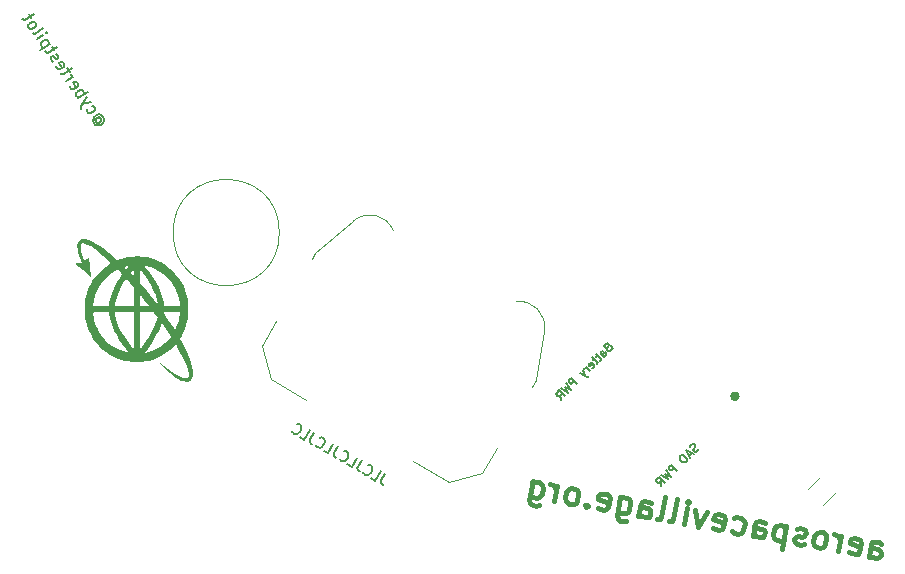
<source format=gbo>
%TF.GenerationSoftware,KiCad,Pcbnew,7.0.1-0*%
%TF.CreationDate,2023-03-26T18:35:46-04:00*%
%TF.ProjectId,space_shuttle_SAO,73706163-655f-4736-9875-74746c655f53,v04*%
%TF.SameCoordinates,Original*%
%TF.FileFunction,Legend,Bot*%
%TF.FilePolarity,Positive*%
%FSLAX46Y46*%
G04 Gerber Fmt 4.6, Leading zero omitted, Abs format (unit mm)*
G04 Created by KiCad (PCBNEW 7.0.1-0) date 2023-03-26 18:35:46*
%MOMM*%
%LPD*%
G01*
G04 APERTURE LIST*
%ADD10C,0.120000*%
%ADD11C,0.150000*%
%ADD12C,0.400000*%
G04 APERTURE END LIST*
D10*
X125653379Y-89599898D02*
G75*
G03*
X125653379Y-89599898I-4500000J0D01*
G01*
D11*
X134613811Y-110028805D02*
X134292382Y-110585536D01*
X134292382Y-110585536D02*
X134265212Y-110718311D01*
X134265212Y-110718311D02*
X134296586Y-110835398D01*
X134296586Y-110835398D02*
X134386503Y-110936800D01*
X134386503Y-110936800D02*
X134460734Y-110979657D01*
X133421504Y-110379657D02*
X133792658Y-110593943D01*
X133792658Y-110593943D02*
X134242658Y-109814520D01*
X132759169Y-109898283D02*
X132774856Y-109956827D01*
X132774856Y-109956827D02*
X132864774Y-110058228D01*
X132864774Y-110058228D02*
X132939004Y-110101086D01*
X132939004Y-110101086D02*
X133071779Y-110128256D01*
X133071779Y-110128256D02*
X133188867Y-110096882D01*
X133188867Y-110096882D02*
X133268839Y-110044080D01*
X133268839Y-110044080D02*
X133391669Y-109917047D01*
X133391669Y-109917047D02*
X133455955Y-109805701D01*
X133455955Y-109805701D02*
X133504554Y-109635811D01*
X133504554Y-109635811D02*
X133510295Y-109540152D01*
X133510295Y-109540152D02*
X133478922Y-109423064D01*
X133478922Y-109423064D02*
X133389004Y-109321663D01*
X133389004Y-109321663D02*
X133314774Y-109278806D01*
X133314774Y-109278806D02*
X133181999Y-109251635D01*
X133181999Y-109251635D02*
X133123455Y-109267322D01*
X132609581Y-108871663D02*
X132288153Y-109428393D01*
X132288153Y-109428393D02*
X132260982Y-109561168D01*
X132260982Y-109561168D02*
X132292356Y-109678256D01*
X132292356Y-109678256D02*
X132382274Y-109779657D01*
X132382274Y-109779657D02*
X132456504Y-109822514D01*
X131417274Y-109222514D02*
X131788428Y-109436800D01*
X131788428Y-109436800D02*
X132238428Y-108657377D01*
X130754940Y-108741141D02*
X130770626Y-108799685D01*
X130770626Y-108799685D02*
X130860544Y-108901086D01*
X130860544Y-108901086D02*
X130934775Y-108943943D01*
X130934775Y-108943943D02*
X131067549Y-108971113D01*
X131067549Y-108971113D02*
X131184637Y-108939740D01*
X131184637Y-108939740D02*
X131264610Y-108886938D01*
X131264610Y-108886938D02*
X131387439Y-108759905D01*
X131387439Y-108759905D02*
X131451725Y-108648559D01*
X131451725Y-108648559D02*
X131500324Y-108478669D01*
X131500324Y-108478669D02*
X131506066Y-108383009D01*
X131506066Y-108383009D02*
X131474692Y-108265921D01*
X131474692Y-108265921D02*
X131384775Y-108164520D01*
X131384775Y-108164520D02*
X131310544Y-108121663D01*
X131310544Y-108121663D02*
X131177769Y-108094493D01*
X131177769Y-108094493D02*
X131119225Y-108110180D01*
X130605352Y-107714520D02*
X130283923Y-108271251D01*
X130283923Y-108271251D02*
X130256753Y-108404026D01*
X130256753Y-108404026D02*
X130288127Y-108521113D01*
X130288127Y-108521113D02*
X130378044Y-108622515D01*
X130378044Y-108622515D02*
X130452275Y-108665372D01*
X129413045Y-108065372D02*
X129784198Y-108279658D01*
X129784198Y-108279658D02*
X130234198Y-107500235D01*
X128750710Y-107583998D02*
X128766397Y-107642542D01*
X128766397Y-107642542D02*
X128856314Y-107743943D01*
X128856314Y-107743943D02*
X128930545Y-107786801D01*
X128930545Y-107786801D02*
X129063320Y-107813971D01*
X129063320Y-107813971D02*
X129180408Y-107782597D01*
X129180408Y-107782597D02*
X129260380Y-107729795D01*
X129260380Y-107729795D02*
X129383210Y-107602762D01*
X129383210Y-107602762D02*
X129447496Y-107491416D01*
X129447496Y-107491416D02*
X129496094Y-107321526D01*
X129496094Y-107321526D02*
X129501836Y-107225867D01*
X129501836Y-107225867D02*
X129470463Y-107108779D01*
X129470463Y-107108779D02*
X129380545Y-107007378D01*
X129380545Y-107007378D02*
X129306314Y-106964521D01*
X129306314Y-106964521D02*
X129173540Y-106937350D01*
X129173540Y-106937350D02*
X129114996Y-106953037D01*
X128601122Y-106557378D02*
X128279694Y-107114108D01*
X128279694Y-107114108D02*
X128252523Y-107246883D01*
X128252523Y-107246883D02*
X128283897Y-107363971D01*
X128283897Y-107363971D02*
X128373814Y-107465372D01*
X128373814Y-107465372D02*
X128448045Y-107508229D01*
X127408815Y-106908229D02*
X127779969Y-107122515D01*
X127779969Y-107122515D02*
X128229969Y-106343092D01*
X126746480Y-106426856D02*
X126762167Y-106485400D01*
X126762167Y-106485400D02*
X126852085Y-106586801D01*
X126852085Y-106586801D02*
X126926315Y-106629658D01*
X126926315Y-106629658D02*
X127059090Y-106656828D01*
X127059090Y-106656828D02*
X127176178Y-106625455D01*
X127176178Y-106625455D02*
X127256151Y-106572653D01*
X127256151Y-106572653D02*
X127378980Y-106445620D01*
X127378980Y-106445620D02*
X127443266Y-106334274D01*
X127443266Y-106334274D02*
X127491865Y-106164384D01*
X127491865Y-106164384D02*
X127497607Y-106068724D01*
X127497607Y-106068724D02*
X127466233Y-105951636D01*
X127466233Y-105951636D02*
X127376315Y-105850235D01*
X127376315Y-105850235D02*
X127302085Y-105807378D01*
X127302085Y-105807378D02*
X127169310Y-105780208D01*
X127169310Y-105780208D02*
X127110766Y-105795895D01*
X110327682Y-79831164D02*
X110394003Y-79842858D01*
X110394003Y-79842858D02*
X110487636Y-79893559D01*
X110487636Y-79893559D02*
X110542263Y-79971574D01*
X110542263Y-79971574D02*
X110557882Y-80076902D01*
X110557882Y-80076902D02*
X110546188Y-80143222D01*
X110546188Y-80143222D02*
X110495486Y-80236855D01*
X110495486Y-80236855D02*
X110417472Y-80291482D01*
X110417472Y-80291482D02*
X110312144Y-80307101D01*
X110312144Y-80307101D02*
X110245824Y-80295407D01*
X110245824Y-80295407D02*
X110152190Y-80244706D01*
X110152190Y-80244706D02*
X110097564Y-80166691D01*
X110097564Y-80166691D02*
X110081945Y-80061363D01*
X110081945Y-80061363D02*
X110093639Y-79995043D01*
X110405697Y-79776538D02*
X110093639Y-79995043D01*
X110093639Y-79995043D02*
X110027318Y-79983349D01*
X110027318Y-79983349D02*
X110000005Y-79944342D01*
X110000005Y-79944342D02*
X109984386Y-79839014D01*
X109984386Y-79839014D02*
X110035087Y-79745380D01*
X110035087Y-79745380D02*
X110230124Y-79608815D01*
X110230124Y-79608815D02*
X110401772Y-79604890D01*
X110401772Y-79604890D02*
X110561726Y-79667285D01*
X110561726Y-79667285D02*
X110709986Y-79796001D01*
X110709986Y-79796001D02*
X110780231Y-79979343D01*
X110780231Y-79979343D02*
X110784156Y-80150991D01*
X110784156Y-80150991D02*
X110721761Y-80310945D01*
X110721761Y-80310945D02*
X110593045Y-80459205D01*
X110593045Y-80459205D02*
X110409703Y-80529450D01*
X110409703Y-80529450D02*
X110238055Y-80533375D01*
X110238055Y-80533375D02*
X110078101Y-80470980D01*
X110078101Y-80470980D02*
X109929841Y-80342264D01*
X109929841Y-80342264D02*
X109859595Y-80158922D01*
X109859595Y-80158922D02*
X109855670Y-79987274D01*
X109348415Y-79179816D02*
X109364034Y-79285144D01*
X109364034Y-79285144D02*
X109473286Y-79441173D01*
X109473286Y-79441173D02*
X109566920Y-79491874D01*
X109566920Y-79491874D02*
X109633240Y-79503568D01*
X109633240Y-79503568D02*
X109738568Y-79487949D01*
X109738568Y-79487949D02*
X109972611Y-79324070D01*
X109972611Y-79324070D02*
X110023313Y-79230437D01*
X110023313Y-79230437D02*
X110035007Y-79164116D01*
X110035007Y-79164116D02*
X110019388Y-79058788D01*
X110019388Y-79058788D02*
X109910135Y-78902760D01*
X109910135Y-78902760D02*
X109816501Y-78852058D01*
X109664316Y-78551694D02*
X108981649Y-78739042D01*
X109391185Y-78161622D02*
X108981649Y-78739042D01*
X108981649Y-78739042D02*
X108841239Y-78953623D01*
X108841239Y-78953623D02*
X108829545Y-79019943D01*
X108829545Y-79019943D02*
X108845164Y-79125271D01*
X108626578Y-78231948D02*
X109445730Y-77658372D01*
X109133672Y-77876877D02*
X109118053Y-77771549D01*
X109118053Y-77771549D02*
X109008800Y-77615520D01*
X109008800Y-77615520D02*
X108915167Y-77564819D01*
X108915167Y-77564819D02*
X108848846Y-77553125D01*
X108848846Y-77553125D02*
X108743519Y-77568744D01*
X108743519Y-77568744D02*
X108509475Y-77732623D01*
X108509475Y-77732623D02*
X108458774Y-77826257D01*
X108458774Y-77826257D02*
X108447080Y-77892577D01*
X108447080Y-77892577D02*
X108462699Y-77997905D01*
X108462699Y-77997905D02*
X108571952Y-78153934D01*
X108571952Y-78153934D02*
X108665585Y-78204635D01*
X107928130Y-77151439D02*
X107943749Y-77256767D01*
X107943749Y-77256767D02*
X108053001Y-77412796D01*
X108053001Y-77412796D02*
X108146635Y-77463497D01*
X108146635Y-77463497D02*
X108251963Y-77447878D01*
X108251963Y-77447878D02*
X108564021Y-77229373D01*
X108564021Y-77229373D02*
X108614722Y-77135739D01*
X108614722Y-77135739D02*
X108599103Y-77030412D01*
X108599103Y-77030412D02*
X108489850Y-76874383D01*
X108489850Y-76874383D02*
X108396217Y-76823681D01*
X108396217Y-76823681D02*
X108290889Y-76839300D01*
X108290889Y-76839300D02*
X108212874Y-76893927D01*
X108212874Y-76893927D02*
X108407992Y-77338625D01*
X107615991Y-76788680D02*
X108162092Y-76406296D01*
X108006063Y-76515548D02*
X108056764Y-76421915D01*
X108056764Y-76421915D02*
X108068459Y-76355594D01*
X108068459Y-76355594D02*
X108052839Y-76250267D01*
X108052839Y-76250267D02*
X107998213Y-76172252D01*
X107888960Y-76016223D02*
X107670455Y-75704165D01*
X108080071Y-75708009D02*
X107377941Y-76199646D01*
X107377941Y-76199646D02*
X107272614Y-76215265D01*
X107272614Y-76215265D02*
X107178980Y-76164564D01*
X107178980Y-76164564D02*
X107124354Y-76086549D01*
X106753663Y-75474127D02*
X106769282Y-75579455D01*
X106769282Y-75579455D02*
X106878535Y-75735484D01*
X106878535Y-75735484D02*
X106972168Y-75786185D01*
X106972168Y-75786185D02*
X107077496Y-75770566D01*
X107077496Y-75770566D02*
X107389554Y-75552061D01*
X107389554Y-75552061D02*
X107440255Y-75458427D01*
X107440255Y-75458427D02*
X107424636Y-75353099D01*
X107424636Y-75353099D02*
X107315384Y-75197071D01*
X107315384Y-75197071D02*
X107221750Y-75146369D01*
X107221750Y-75146369D02*
X107116422Y-75161988D01*
X107116422Y-75161988D02*
X107038408Y-75216615D01*
X107038408Y-75216615D02*
X107233525Y-75661313D01*
X106507845Y-75123062D02*
X106414211Y-75072361D01*
X106414211Y-75072361D02*
X106304958Y-74916332D01*
X106304958Y-74916332D02*
X106289339Y-74811004D01*
X106289339Y-74811004D02*
X106340041Y-74717370D01*
X106340041Y-74717370D02*
X106379048Y-74690057D01*
X106379048Y-74690057D02*
X106484375Y-74674438D01*
X106484375Y-74674438D02*
X106578009Y-74725139D01*
X106578009Y-74725139D02*
X106659949Y-74842161D01*
X106659949Y-74842161D02*
X106753582Y-74892863D01*
X106753582Y-74892863D02*
X106858910Y-74877243D01*
X106858910Y-74877243D02*
X106897917Y-74849930D01*
X106897917Y-74849930D02*
X106948618Y-74756297D01*
X106948618Y-74756297D02*
X106932999Y-74650969D01*
X106932999Y-74650969D02*
X106851060Y-74533947D01*
X106851060Y-74533947D02*
X106757426Y-74483246D01*
X106605241Y-74182882D02*
X106386736Y-73870824D01*
X106796352Y-73874668D02*
X106094222Y-74366305D01*
X106094222Y-74366305D02*
X105988894Y-74381924D01*
X105988894Y-74381924D02*
X105895261Y-74331223D01*
X105895261Y-74331223D02*
X105840634Y-74253208D01*
X106195543Y-73597773D02*
X105376391Y-74171350D01*
X106156536Y-73625086D02*
X106140917Y-73519759D01*
X106140917Y-73519759D02*
X106031664Y-73363730D01*
X106031664Y-73363730D02*
X105938031Y-73313028D01*
X105938031Y-73313028D02*
X105871710Y-73301334D01*
X105871710Y-73301334D02*
X105766383Y-73316953D01*
X105766383Y-73316953D02*
X105532339Y-73480832D01*
X105532339Y-73480832D02*
X105481638Y-73574466D01*
X105481638Y-73574466D02*
X105469944Y-73640786D01*
X105469944Y-73640786D02*
X105485563Y-73746114D01*
X105485563Y-73746114D02*
X105594816Y-73902143D01*
X105594816Y-73902143D02*
X105688449Y-73952844D01*
X105130492Y-73239020D02*
X105676593Y-72856635D01*
X105949644Y-72665443D02*
X105937950Y-72731764D01*
X105937950Y-72731764D02*
X105871629Y-72720070D01*
X105871629Y-72720070D02*
X105883324Y-72653749D01*
X105883324Y-72653749D02*
X105949644Y-72665443D01*
X105949644Y-72665443D02*
X105871629Y-72720070D01*
X104775421Y-72731926D02*
X104869055Y-72782627D01*
X104869055Y-72782627D02*
X104974382Y-72767008D01*
X104974382Y-72767008D02*
X105676513Y-72275371D01*
X104474976Y-72302846D02*
X104568610Y-72353547D01*
X104568610Y-72353547D02*
X104634930Y-72365241D01*
X104634930Y-72365241D02*
X104740258Y-72349622D01*
X104740258Y-72349622D02*
X104974301Y-72185743D01*
X104974301Y-72185743D02*
X105025002Y-72092110D01*
X105025002Y-72092110D02*
X105036696Y-72025789D01*
X105036696Y-72025789D02*
X105021077Y-71920462D01*
X105021077Y-71920462D02*
X104939138Y-71803440D01*
X104939138Y-71803440D02*
X104845504Y-71752739D01*
X104845504Y-71752739D02*
X104779184Y-71741045D01*
X104779184Y-71741045D02*
X104673856Y-71756664D01*
X104673856Y-71756664D02*
X104439813Y-71920543D01*
X104439813Y-71920543D02*
X104389111Y-72014176D01*
X104389111Y-72014176D02*
X104377417Y-72080497D01*
X104377417Y-72080497D02*
X104393037Y-72185824D01*
X104393037Y-72185824D02*
X104474976Y-72302846D01*
X104666006Y-71413367D02*
X104447501Y-71101310D01*
X104857117Y-71105154D02*
X104154987Y-71596791D01*
X104154987Y-71596791D02*
X104049659Y-71612410D01*
X104049659Y-71612410D02*
X103956026Y-71561708D01*
X103956026Y-71561708D02*
X103901400Y-71483694D01*
D12*
X175563001Y-117035345D02*
X175744919Y-116003641D01*
X175744919Y-116003641D02*
X175871786Y-115832597D01*
X175871786Y-115832597D02*
X176075906Y-115771882D01*
X176075906Y-115771882D02*
X176451071Y-115838033D01*
X176451071Y-115838033D02*
X176622115Y-115964900D01*
X175579539Y-116941554D02*
X175750584Y-117068421D01*
X175750584Y-117068421D02*
X176219540Y-117151110D01*
X176219540Y-117151110D02*
X176423660Y-117090395D01*
X176423660Y-117090395D02*
X176550527Y-116919350D01*
X176550527Y-116919350D02*
X176583603Y-116731768D01*
X176583603Y-116731768D02*
X176522888Y-116527648D01*
X176522888Y-116527648D02*
X176351843Y-116400781D01*
X176351843Y-116400781D02*
X175882887Y-116318091D01*
X175882887Y-116318091D02*
X175711843Y-116191224D01*
X173891297Y-116643871D02*
X174062342Y-116770738D01*
X174062342Y-116770738D02*
X174437507Y-116836890D01*
X174437507Y-116836890D02*
X174641627Y-116776174D01*
X174641627Y-116776174D02*
X174768494Y-116605130D01*
X174768494Y-116605130D02*
X174900797Y-115854800D01*
X174900797Y-115854800D02*
X174840082Y-115650680D01*
X174840082Y-115650680D02*
X174669038Y-115523813D01*
X174669038Y-115523813D02*
X174293873Y-115457661D01*
X174293873Y-115457661D02*
X174089752Y-115518376D01*
X174089752Y-115518376D02*
X173962885Y-115689421D01*
X173962885Y-115689421D02*
X173929809Y-115877003D01*
X173929809Y-115877003D02*
X174834646Y-116229965D01*
X172936847Y-116572283D02*
X173168378Y-115259206D01*
X173102226Y-115634371D02*
X173041511Y-115430250D01*
X173041511Y-115430250D02*
X172964258Y-115319921D01*
X172964258Y-115319921D02*
X172793213Y-115193054D01*
X172793213Y-115193054D02*
X172605631Y-115159978D01*
X171436188Y-116307676D02*
X171640308Y-116246961D01*
X171640308Y-116246961D02*
X171750637Y-116169708D01*
X171750637Y-116169708D02*
X171877504Y-115998663D01*
X171877504Y-115998663D02*
X171976732Y-115435916D01*
X171976732Y-115435916D02*
X171916016Y-115231795D01*
X171916016Y-115231795D02*
X171838763Y-115121466D01*
X171838763Y-115121466D02*
X171667719Y-114994599D01*
X171667719Y-114994599D02*
X171386345Y-114944985D01*
X171386345Y-114944985D02*
X171182225Y-115005701D01*
X171182225Y-115005701D02*
X171071896Y-115082954D01*
X171071896Y-115082954D02*
X170945028Y-115253999D01*
X170945028Y-115253999D02*
X170845801Y-115816746D01*
X170845801Y-115816746D02*
X170906516Y-116020866D01*
X170906516Y-116020866D02*
X170983770Y-116131195D01*
X170983770Y-116131195D02*
X171154814Y-116258062D01*
X171154814Y-116258062D02*
X171436188Y-116307676D01*
X170045857Y-115965816D02*
X169841737Y-116026531D01*
X169841737Y-116026531D02*
X169466572Y-115960380D01*
X169466572Y-115960380D02*
X169295528Y-115833513D01*
X169295528Y-115833513D02*
X169234812Y-115629392D01*
X169234812Y-115629392D02*
X169251350Y-115535601D01*
X169251350Y-115535601D02*
X169378217Y-115364557D01*
X169378217Y-115364557D02*
X169582338Y-115303841D01*
X169582338Y-115303841D02*
X169863711Y-115353455D01*
X169863711Y-115353455D02*
X170067832Y-115292740D01*
X170067832Y-115292740D02*
X170194699Y-115121695D01*
X170194699Y-115121695D02*
X170211237Y-115027904D01*
X170211237Y-115027904D02*
X170150521Y-114823784D01*
X170150521Y-114823784D02*
X169979477Y-114696917D01*
X169979477Y-114696917D02*
X169698103Y-114647303D01*
X169698103Y-114647303D02*
X169493983Y-114708018D01*
X168572608Y-114448848D02*
X168225312Y-116418463D01*
X168556070Y-114542639D02*
X168385026Y-114415772D01*
X168385026Y-114415772D02*
X168009861Y-114349620D01*
X168009861Y-114349620D02*
X167805740Y-114410336D01*
X167805740Y-114410336D02*
X167695411Y-114487589D01*
X167695411Y-114487589D02*
X167568544Y-114658633D01*
X167568544Y-114658633D02*
X167469317Y-115221381D01*
X167469317Y-115221381D02*
X167530032Y-115425501D01*
X167530032Y-115425501D02*
X167607285Y-115535830D01*
X167607285Y-115535830D02*
X167778330Y-115662697D01*
X167778330Y-115662697D02*
X168153495Y-115728849D01*
X168153495Y-115728849D02*
X168357615Y-115668133D01*
X165714923Y-115298863D02*
X165896840Y-114267159D01*
X165896840Y-114267159D02*
X166023707Y-114096115D01*
X166023707Y-114096115D02*
X166227827Y-114035400D01*
X166227827Y-114035400D02*
X166602992Y-114101551D01*
X166602992Y-114101551D02*
X166774037Y-114228418D01*
X165731461Y-115205072D02*
X165902505Y-115331939D01*
X165902505Y-115331939D02*
X166371461Y-115414628D01*
X166371461Y-115414628D02*
X166575582Y-115353913D01*
X166575582Y-115353913D02*
X166702449Y-115182868D01*
X166702449Y-115182868D02*
X166735525Y-114995286D01*
X166735525Y-114995286D02*
X166674809Y-114791166D01*
X166674809Y-114791166D02*
X166503765Y-114664299D01*
X166503765Y-114664299D02*
X166034809Y-114581609D01*
X166034809Y-114581609D02*
X165863764Y-114454742D01*
X163949428Y-114890851D02*
X164120472Y-115017718D01*
X164120472Y-115017718D02*
X164495637Y-115083870D01*
X164495637Y-115083870D02*
X164699757Y-115023154D01*
X164699757Y-115023154D02*
X164810086Y-114945901D01*
X164810086Y-114945901D02*
X164936954Y-114774857D01*
X164936954Y-114774857D02*
X165036181Y-114212109D01*
X165036181Y-114212109D02*
X164975466Y-114007989D01*
X164975466Y-114007989D02*
X164898212Y-113897660D01*
X164898212Y-113897660D02*
X164727168Y-113770793D01*
X164727168Y-113770793D02*
X164352003Y-113704641D01*
X164352003Y-113704641D02*
X164147883Y-113765356D01*
X162354977Y-114609706D02*
X162526021Y-114736573D01*
X162526021Y-114736573D02*
X162901186Y-114802725D01*
X162901186Y-114802725D02*
X163105306Y-114742010D01*
X163105306Y-114742010D02*
X163232173Y-114570965D01*
X163232173Y-114570965D02*
X163364477Y-113820636D01*
X163364477Y-113820636D02*
X163303761Y-113616515D01*
X163303761Y-113616515D02*
X163132717Y-113489648D01*
X163132717Y-113489648D02*
X162757552Y-113423496D01*
X162757552Y-113423496D02*
X162553432Y-113484212D01*
X162553432Y-113484212D02*
X162426565Y-113655256D01*
X162426565Y-113655256D02*
X162393489Y-113842839D01*
X162393489Y-113842839D02*
X163298325Y-114195800D01*
X161819640Y-113258117D02*
X161119153Y-114488505D01*
X161119153Y-114488505D02*
X160881728Y-113092738D01*
X159899866Y-114273511D02*
X160131397Y-112960434D01*
X160247163Y-112303896D02*
X160324416Y-112414225D01*
X160324416Y-112414225D02*
X160214087Y-112491478D01*
X160214087Y-112491478D02*
X160136834Y-112381149D01*
X160136834Y-112381149D02*
X160247163Y-112303896D01*
X160247163Y-112303896D02*
X160214087Y-112491478D01*
X158680581Y-114058518D02*
X158884701Y-113997803D01*
X158884701Y-113997803D02*
X159011568Y-113826759D01*
X159011568Y-113826759D02*
X159309251Y-112138517D01*
X157648877Y-113876601D02*
X157852998Y-113815886D01*
X157852998Y-113815886D02*
X157979865Y-113644841D01*
X157979865Y-113644841D02*
X158277547Y-111956600D01*
X156054427Y-113595457D02*
X156236344Y-112563753D01*
X156236344Y-112563753D02*
X156363211Y-112392709D01*
X156363211Y-112392709D02*
X156567331Y-112331993D01*
X156567331Y-112331993D02*
X156942496Y-112398145D01*
X156942496Y-112398145D02*
X157113541Y-112525012D01*
X156070965Y-113501665D02*
X156242009Y-113628533D01*
X156242009Y-113628533D02*
X156710965Y-113711222D01*
X156710965Y-113711222D02*
X156915086Y-113650507D01*
X156915086Y-113650507D02*
X157041953Y-113479462D01*
X157041953Y-113479462D02*
X157075028Y-113291880D01*
X157075028Y-113291880D02*
X157014313Y-113087759D01*
X157014313Y-113087759D02*
X156843269Y-112960892D01*
X156843269Y-112960892D02*
X156374312Y-112878203D01*
X156374312Y-112878203D02*
X156203268Y-112751336D01*
X154503924Y-111968159D02*
X154222780Y-113562610D01*
X154222780Y-113562610D02*
X154283495Y-113766730D01*
X154283495Y-113766730D02*
X154360748Y-113877059D01*
X154360748Y-113877059D02*
X154531793Y-114003926D01*
X154531793Y-114003926D02*
X154813166Y-114053540D01*
X154813166Y-114053540D02*
X155017287Y-113992825D01*
X154288931Y-113187445D02*
X154459976Y-113314312D01*
X154459976Y-113314312D02*
X154835141Y-113380464D01*
X154835141Y-113380464D02*
X155039261Y-113319748D01*
X155039261Y-113319748D02*
X155149590Y-113242495D01*
X155149590Y-113242495D02*
X155276457Y-113071451D01*
X155276457Y-113071451D02*
X155375685Y-112508703D01*
X155375685Y-112508703D02*
X155314969Y-112304583D01*
X155314969Y-112304583D02*
X155237716Y-112194254D01*
X155237716Y-112194254D02*
X155066672Y-112067387D01*
X155066672Y-112067387D02*
X154691507Y-112001235D01*
X154691507Y-112001235D02*
X154487386Y-112061950D01*
X152600689Y-112889762D02*
X152771734Y-113016629D01*
X152771734Y-113016629D02*
X153146899Y-113082781D01*
X153146899Y-113082781D02*
X153351019Y-113022066D01*
X153351019Y-113022066D02*
X153477886Y-112851021D01*
X153477886Y-112851021D02*
X153610189Y-112100691D01*
X153610189Y-112100691D02*
X153549474Y-111896571D01*
X153549474Y-111896571D02*
X153378430Y-111769704D01*
X153378430Y-111769704D02*
X153003265Y-111703552D01*
X153003265Y-111703552D02*
X152799144Y-111764268D01*
X152799144Y-111764268D02*
X152672277Y-111935312D01*
X152672277Y-111935312D02*
X152639201Y-112122895D01*
X152639201Y-112122895D02*
X153544038Y-112475856D01*
X151679315Y-112630592D02*
X151568986Y-112707845D01*
X151568986Y-112707845D02*
X151646239Y-112818174D01*
X151646239Y-112818174D02*
X151756568Y-112740921D01*
X151756568Y-112740921D02*
X151679315Y-112630592D01*
X151679315Y-112630592D02*
X151646239Y-112818174D01*
X150426953Y-112603181D02*
X150631073Y-112542466D01*
X150631073Y-112542466D02*
X150741403Y-112465213D01*
X150741403Y-112465213D02*
X150868270Y-112294168D01*
X150868270Y-112294168D02*
X150967497Y-111731421D01*
X150967497Y-111731421D02*
X150906782Y-111527300D01*
X150906782Y-111527300D02*
X150829529Y-111416971D01*
X150829529Y-111416971D02*
X150658484Y-111290104D01*
X150658484Y-111290104D02*
X150377110Y-111240490D01*
X150377110Y-111240490D02*
X150172990Y-111301206D01*
X150172990Y-111301206D02*
X150062661Y-111378459D01*
X150062661Y-111378459D02*
X149935794Y-111549504D01*
X149935794Y-111549504D02*
X149836566Y-112112251D01*
X149836566Y-112112251D02*
X149897282Y-112316371D01*
X149897282Y-112316371D02*
X149974535Y-112426700D01*
X149974535Y-112426700D02*
X150145579Y-112553568D01*
X150145579Y-112553568D02*
X150426953Y-112603181D01*
X148926293Y-112338574D02*
X149157824Y-111025497D01*
X149091673Y-111400662D02*
X149030957Y-111196542D01*
X149030957Y-111196542D02*
X148953704Y-111086213D01*
X148953704Y-111086213D02*
X148782660Y-110959346D01*
X148782660Y-110959346D02*
X148595077Y-110926270D01*
X147094418Y-110661663D02*
X146813273Y-112256114D01*
X146813273Y-112256114D02*
X146873989Y-112460234D01*
X146873989Y-112460234D02*
X146951242Y-112570563D01*
X146951242Y-112570563D02*
X147122286Y-112697430D01*
X147122286Y-112697430D02*
X147403660Y-112747044D01*
X147403660Y-112747044D02*
X147607780Y-112686329D01*
X146879425Y-111880949D02*
X147050469Y-112007816D01*
X147050469Y-112007816D02*
X147425634Y-112073968D01*
X147425634Y-112073968D02*
X147629755Y-112013252D01*
X147629755Y-112013252D02*
X147740084Y-111935999D01*
X147740084Y-111935999D02*
X147866951Y-111764955D01*
X147866951Y-111764955D02*
X147966178Y-111202207D01*
X147966178Y-111202207D02*
X147905463Y-110998087D01*
X147905463Y-110998087D02*
X147828210Y-110887758D01*
X147828210Y-110887758D02*
X147657165Y-110760891D01*
X147657165Y-110760891D02*
X147282000Y-110694739D01*
X147282000Y-110694739D02*
X147077880Y-110755454D01*
D11*
%TO.C,SW1*%
X161140266Y-107909053D02*
X161093125Y-108003334D01*
X161093125Y-108003334D02*
X160975274Y-108121185D01*
X160975274Y-108121185D02*
X160904563Y-108144756D01*
X160904563Y-108144756D02*
X160857423Y-108144756D01*
X160857423Y-108144756D02*
X160786712Y-108121185D01*
X160786712Y-108121185D02*
X160739572Y-108074045D01*
X160739572Y-108074045D02*
X160716002Y-108003334D01*
X160716002Y-108003334D02*
X160716002Y-107956194D01*
X160716002Y-107956194D02*
X160739572Y-107885483D01*
X160739572Y-107885483D02*
X160810283Y-107767632D01*
X160810283Y-107767632D02*
X160833853Y-107696921D01*
X160833853Y-107696921D02*
X160833853Y-107649781D01*
X160833853Y-107649781D02*
X160810283Y-107579070D01*
X160810283Y-107579070D02*
X160763142Y-107531930D01*
X160763142Y-107531930D02*
X160692431Y-107508360D01*
X160692431Y-107508360D02*
X160645291Y-107508360D01*
X160645291Y-107508360D02*
X160574580Y-107531930D01*
X160574580Y-107531930D02*
X160456729Y-107649781D01*
X160456729Y-107649781D02*
X160409589Y-107744062D01*
X160551010Y-108262607D02*
X160315308Y-108498309D01*
X160739572Y-108356888D02*
X160079605Y-108026905D01*
X160079605Y-108026905D02*
X160409588Y-108686871D01*
X159655341Y-108451169D02*
X159561060Y-108545450D01*
X159561060Y-108545450D02*
X159537490Y-108616160D01*
X159537490Y-108616160D02*
X159537490Y-108710441D01*
X159537490Y-108710441D02*
X159608201Y-108828292D01*
X159608201Y-108828292D02*
X159773192Y-108993284D01*
X159773192Y-108993284D02*
X159891043Y-109063995D01*
X159891043Y-109063995D02*
X159985324Y-109063995D01*
X159985324Y-109063995D02*
X160056035Y-109040424D01*
X160056035Y-109040424D02*
X160150316Y-108946144D01*
X160150316Y-108946144D02*
X160173886Y-108875433D01*
X160173886Y-108875433D02*
X160173886Y-108781152D01*
X160173886Y-108781152D02*
X160103176Y-108663301D01*
X160103176Y-108663301D02*
X159938184Y-108498309D01*
X159938184Y-108498309D02*
X159820333Y-108427599D01*
X159820333Y-108427599D02*
X159726052Y-108427599D01*
X159726052Y-108427599D02*
X159655341Y-108451169D01*
X159348929Y-109747531D02*
X158853954Y-109252556D01*
X158853954Y-109252556D02*
X158665392Y-109441118D01*
X158665392Y-109441118D02*
X158641822Y-109511828D01*
X158641822Y-109511828D02*
X158641822Y-109558969D01*
X158641822Y-109558969D02*
X158665392Y-109629680D01*
X158665392Y-109629680D02*
X158736103Y-109700390D01*
X158736103Y-109700390D02*
X158806814Y-109723961D01*
X158806814Y-109723961D02*
X158853954Y-109723961D01*
X158853954Y-109723961D02*
X158924665Y-109700390D01*
X158924665Y-109700390D02*
X159113226Y-109511828D01*
X158406120Y-109700390D02*
X158783243Y-110313216D01*
X158783243Y-110313216D02*
X158335409Y-110053944D01*
X158335409Y-110053944D02*
X158594682Y-110501778D01*
X158594682Y-110501778D02*
X157981856Y-110124654D01*
X158005426Y-111091034D02*
X157934715Y-110690340D01*
X158288269Y-110808191D02*
X157793294Y-110313216D01*
X157793294Y-110313216D02*
X157604732Y-110501778D01*
X157604732Y-110501778D02*
X157581162Y-110572489D01*
X157581162Y-110572489D02*
X157581162Y-110619629D01*
X157581162Y-110619629D02*
X157604732Y-110690340D01*
X157604732Y-110690340D02*
X157675443Y-110761050D01*
X157675443Y-110761050D02*
X157746153Y-110784621D01*
X157746153Y-110784621D02*
X157793294Y-110784621D01*
X157793294Y-110784621D02*
X157864005Y-110761050D01*
X157864005Y-110761050D02*
X158052566Y-110572489D01*
X153438765Y-99319061D02*
X153391625Y-99413342D01*
X153391625Y-99413342D02*
X153391625Y-99460482D01*
X153391625Y-99460482D02*
X153415195Y-99531193D01*
X153415195Y-99531193D02*
X153485906Y-99601904D01*
X153485906Y-99601904D02*
X153556617Y-99625474D01*
X153556617Y-99625474D02*
X153603757Y-99625474D01*
X153603757Y-99625474D02*
X153674468Y-99601904D01*
X153674468Y-99601904D02*
X153863029Y-99413342D01*
X153863029Y-99413342D02*
X153368055Y-98918367D01*
X153368055Y-98918367D02*
X153203063Y-99083359D01*
X153203063Y-99083359D02*
X153179493Y-99154070D01*
X153179493Y-99154070D02*
X153179493Y-99201210D01*
X153179493Y-99201210D02*
X153203063Y-99271921D01*
X153203063Y-99271921D02*
X153250204Y-99319061D01*
X153250204Y-99319061D02*
X153320914Y-99342631D01*
X153320914Y-99342631D02*
X153368055Y-99342631D01*
X153368055Y-99342631D02*
X153438765Y-99319061D01*
X153438765Y-99319061D02*
X153603757Y-99154070D01*
X153155923Y-100120449D02*
X152896650Y-99861176D01*
X152896650Y-99861176D02*
X152873080Y-99790466D01*
X152873080Y-99790466D02*
X152896650Y-99719755D01*
X152896650Y-99719755D02*
X152990931Y-99625474D01*
X152990931Y-99625474D02*
X153061642Y-99601904D01*
X153132352Y-100096879D02*
X153203063Y-100073308D01*
X153203063Y-100073308D02*
X153320914Y-99955457D01*
X153320914Y-99955457D02*
X153344484Y-99884747D01*
X153344484Y-99884747D02*
X153320914Y-99814036D01*
X153320914Y-99814036D02*
X153273774Y-99766895D01*
X153273774Y-99766895D02*
X153203063Y-99743325D01*
X153203063Y-99743325D02*
X153132352Y-99766895D01*
X153132352Y-99766895D02*
X153014501Y-99884747D01*
X153014501Y-99884747D02*
X152943791Y-99908317D01*
X152660948Y-99955457D02*
X152472386Y-100144019D01*
X152425246Y-99861176D02*
X152849510Y-100285440D01*
X152849510Y-100285440D02*
X152873080Y-100356151D01*
X152873080Y-100356151D02*
X152849510Y-100426862D01*
X152849510Y-100426862D02*
X152802370Y-100474002D01*
X152378105Y-100238300D02*
X152189544Y-100426862D01*
X152142403Y-100144019D02*
X152566667Y-100568283D01*
X152566667Y-100568283D02*
X152590237Y-100638994D01*
X152590237Y-100638994D02*
X152566667Y-100709704D01*
X152566667Y-100709704D02*
X152519527Y-100756845D01*
X152142403Y-101086828D02*
X152213114Y-101063258D01*
X152213114Y-101063258D02*
X152307395Y-100968977D01*
X152307395Y-100968977D02*
X152330965Y-100898266D01*
X152330965Y-100898266D02*
X152307395Y-100827555D01*
X152307395Y-100827555D02*
X152118833Y-100638994D01*
X152118833Y-100638994D02*
X152048122Y-100615423D01*
X152048122Y-100615423D02*
X151977412Y-100638994D01*
X151977412Y-100638994D02*
X151883131Y-100733274D01*
X151883131Y-100733274D02*
X151859560Y-100803985D01*
X151859560Y-100803985D02*
X151883131Y-100874696D01*
X151883131Y-100874696D02*
X151930271Y-100921836D01*
X151930271Y-100921836D02*
X152213114Y-100733274D01*
X151930271Y-101346100D02*
X151600288Y-101016117D01*
X151694569Y-101110398D02*
X151623858Y-101086828D01*
X151623858Y-101086828D02*
X151576718Y-101086828D01*
X151576718Y-101086828D02*
X151506007Y-101110398D01*
X151506007Y-101110398D02*
X151458867Y-101157539D01*
X151341016Y-101275389D02*
X151553148Y-101723224D01*
X151105313Y-101511092D02*
X151553148Y-101723224D01*
X151553148Y-101723224D02*
X151718139Y-101793934D01*
X151718139Y-101793934D02*
X151765280Y-101793934D01*
X151765280Y-101793934D02*
X151835990Y-101770364D01*
X150869612Y-102406760D02*
X150374637Y-101911785D01*
X150374637Y-101911785D02*
X150186075Y-102100347D01*
X150186075Y-102100347D02*
X150162505Y-102171058D01*
X150162505Y-102171058D02*
X150162505Y-102218198D01*
X150162505Y-102218198D02*
X150186075Y-102288909D01*
X150186075Y-102288909D02*
X150256786Y-102359619D01*
X150256786Y-102359619D02*
X150327496Y-102383190D01*
X150327496Y-102383190D02*
X150374637Y-102383190D01*
X150374637Y-102383190D02*
X150445348Y-102359619D01*
X150445348Y-102359619D02*
X150633909Y-102171058D01*
X149926803Y-102359619D02*
X150303926Y-102972445D01*
X150303926Y-102972445D02*
X149856092Y-102713173D01*
X149856092Y-102713173D02*
X150115364Y-103161007D01*
X150115364Y-103161007D02*
X149502539Y-102783883D01*
X149526109Y-103750263D02*
X149455398Y-103349569D01*
X149808952Y-103467420D02*
X149313977Y-102972445D01*
X149313977Y-102972445D02*
X149125415Y-103161007D01*
X149125415Y-103161007D02*
X149101845Y-103231718D01*
X149101845Y-103231718D02*
X149101845Y-103278858D01*
X149101845Y-103278858D02*
X149125415Y-103349569D01*
X149125415Y-103349569D02*
X149196126Y-103420280D01*
X149196126Y-103420280D02*
X149266836Y-103443850D01*
X149266836Y-103443850D02*
X149313977Y-103443850D01*
X149313977Y-103443850D02*
X149384687Y-103420280D01*
X149384687Y-103420280D02*
X149573249Y-103231718D01*
D12*
%TO.C,D1*%
X164425897Y-103466467D02*
G75*
G03*
X164425897Y-103466467I-199999J0D01*
G01*
D10*
%TO.C,R1*%
X171717093Y-112632268D02*
X172745317Y-111604044D01*
X170430159Y-111345334D02*
X171458383Y-110317110D01*
%TO.C,svg2mod*%
G36*
X110116200Y-96338038D02*
G01*
X110116185Y-96338048D01*
X110116185Y-96338038D01*
X110116200Y-96338038D01*
G37*
G36*
X116598184Y-99345018D02*
G01*
X116375329Y-99541028D01*
X116143207Y-99720418D01*
X115902552Y-99882988D01*
X115654092Y-100028588D01*
X115136683Y-100268108D01*
X114596826Y-100437558D01*
X114311611Y-100487788D01*
X114040365Y-100535558D01*
X113823477Y-100552210D01*
X113757735Y-100557258D01*
X113473144Y-100560258D01*
X113326299Y-100552397D01*
X113187327Y-100544958D01*
X112901284Y-100510891D01*
X112901011Y-100510858D01*
X112614926Y-100457858D01*
X112329807Y-100385758D01*
X112014277Y-100273458D01*
X111658483Y-100112658D01*
X111308893Y-99926218D01*
X111011968Y-99737058D01*
X110726999Y-99504318D01*
X110418440Y-99207338D01*
X110132165Y-98893218D01*
X109914049Y-98609088D01*
X109684723Y-98221668D01*
X109488971Y-97802058D01*
X109332165Y-97363358D01*
X109219678Y-96918708D01*
X109176188Y-96549068D01*
X109172014Y-96415258D01*
X109884067Y-96415258D01*
X109887667Y-96535608D01*
X109925747Y-96739198D01*
X109983387Y-97011708D01*
X110059827Y-97276338D01*
X110154897Y-97532778D01*
X110268443Y-97780738D01*
X110400309Y-98019888D01*
X110550331Y-98249938D01*
X110718354Y-98470568D01*
X110904216Y-98681468D01*
X111241629Y-98994258D01*
X111620254Y-99267248D01*
X112023257Y-99489748D01*
X112433803Y-99651048D01*
X112794568Y-99752708D01*
X112901284Y-99775508D01*
X112888570Y-99759038D01*
X114273591Y-99759038D01*
X114311611Y-99764038D01*
X114577827Y-99693138D01*
X115079929Y-99502738D01*
X115547829Y-99250968D01*
X115963479Y-98949168D01*
X116146069Y-98783048D01*
X116308829Y-98608678D01*
X116464095Y-98426978D01*
X116391745Y-98301268D01*
X116014395Y-97730918D01*
X115709391Y-97286268D01*
X115709371Y-97285958D01*
X115620201Y-97519098D01*
X115424027Y-97962708D01*
X115394004Y-98018276D01*
X115163907Y-98444148D01*
X114854510Y-98938298D01*
X114510506Y-99420028D01*
X114280491Y-99729838D01*
X114273591Y-99759038D01*
X112888570Y-99759038D01*
X112647475Y-99446708D01*
X112356829Y-99052408D01*
X112100614Y-98667328D01*
X111878320Y-98290358D01*
X111689436Y-97920418D01*
X111533451Y-97556428D01*
X111409852Y-97197278D01*
X111318132Y-96841908D01*
X111257772Y-96489198D01*
X111238603Y-96338978D01*
X111727737Y-96338978D01*
X111767157Y-96585098D01*
X111828047Y-96884088D01*
X111915927Y-97186458D01*
X112031997Y-97494588D01*
X112177450Y-97810898D01*
X112353484Y-98137768D01*
X112561299Y-98477578D01*
X113077057Y-99205638D01*
X113326299Y-99515448D01*
X113338799Y-97927208D01*
X113338799Y-96338978D01*
X112533149Y-96338978D01*
X111727899Y-96338978D01*
X111727737Y-96338978D01*
X111238603Y-96338978D01*
X111238542Y-96338498D01*
X110557636Y-96338498D01*
X110557468Y-96338498D01*
X110116200Y-96338038D01*
X110116324Y-96337958D01*
X109948967Y-96356558D01*
X109905837Y-96379558D01*
X109884067Y-96415258D01*
X109172014Y-96415258D01*
X109169574Y-96337028D01*
X113815552Y-96337028D01*
X113815577Y-96337728D01*
X113815577Y-97926678D01*
X113823477Y-99514668D01*
X114157612Y-99075448D01*
X114595481Y-98451358D01*
X114790621Y-98126968D01*
X114965651Y-97792688D01*
X115114588Y-97460798D01*
X115231448Y-97143618D01*
X115347777Y-96783578D01*
X115191550Y-96569178D01*
X115069376Y-96401708D01*
X115880015Y-96401708D01*
X115985495Y-96602568D01*
X116239098Y-96997298D01*
X116710185Y-97715218D01*
X116822187Y-97900058D01*
X116908477Y-97707768D01*
X117027873Y-97415018D01*
X117123523Y-97122068D01*
X117195053Y-96830188D01*
X117242093Y-96540628D01*
X117266363Y-96338978D01*
X117266359Y-96338508D01*
X116573190Y-96338508D01*
X115975615Y-96347508D01*
X115894205Y-96366308D01*
X115880065Y-96401583D01*
X115880015Y-96401708D01*
X115069376Y-96401708D01*
X115035322Y-96355028D01*
X114425314Y-96346028D01*
X113815577Y-96337028D01*
X113815552Y-96337028D01*
X109169574Y-96337028D01*
X109161688Y-96084208D01*
X109171454Y-95771108D01*
X109876721Y-95771108D01*
X109892561Y-95804108D01*
X109975711Y-95821908D01*
X110557636Y-95830908D01*
X111238547Y-95830908D01*
X111238553Y-95830868D01*
X111727899Y-95830868D01*
X112533312Y-95830868D01*
X113338965Y-95830868D01*
X113338965Y-95037238D01*
X113338965Y-94807418D01*
X113815577Y-94807418D01*
X113815577Y-95319098D01*
X113815577Y-95830798D01*
X114212635Y-95830798D01*
X114609693Y-95813998D01*
X114212635Y-95302298D01*
X113815577Y-94807418D01*
X113338965Y-94807418D01*
X113338965Y-94243598D01*
X113315053Y-94215907D01*
X113056072Y-93915998D01*
X113009365Y-93862498D01*
X113815481Y-93862498D01*
X113937098Y-93996858D01*
X114427674Y-94577978D01*
X115020596Y-95322148D01*
X115371414Y-95764278D01*
X115394004Y-95778878D01*
X115401004Y-95764978D01*
X115388844Y-95671578D01*
X115305184Y-95277028D01*
X115171472Y-94861278D01*
X114992380Y-94436848D01*
X114772588Y-94016288D01*
X114350405Y-93363688D01*
X113928238Y-92796988D01*
X113817976Y-92669848D01*
X113817881Y-92669878D01*
X113816681Y-93266188D01*
X113815481Y-93862498D01*
X113009365Y-93862498D01*
X112808640Y-93632578D01*
X112736670Y-93567078D01*
X112695394Y-93551645D01*
X112684250Y-93547478D01*
X112684249Y-93547538D01*
X112649839Y-93561638D01*
X112615229Y-93599538D01*
X112524179Y-93739588D01*
X112260850Y-94193278D01*
X112039078Y-94669688D01*
X111871121Y-95139088D01*
X111769239Y-95571768D01*
X111727899Y-95830868D01*
X111238553Y-95830868D01*
X111259457Y-95679968D01*
X111340917Y-95235118D01*
X111452216Y-94821918D01*
X111569662Y-94521858D01*
X111742219Y-94152988D01*
X111939401Y-93776748D01*
X112130724Y-93454568D01*
X112322523Y-93120238D01*
X112267293Y-93038038D01*
X112235378Y-93003698D01*
X113045140Y-93003698D01*
X113168199Y-93143338D01*
X113315053Y-93286348D01*
X113331863Y-93195048D01*
X113338863Y-92971478D01*
X113326853Y-92653978D01*
X113326846Y-92653978D01*
X113326831Y-92653988D01*
X113179977Y-92828718D01*
X113045140Y-93003698D01*
X112235378Y-93003698D01*
X112134568Y-92895228D01*
X111946855Y-92709438D01*
X111946850Y-92709048D01*
X111737987Y-92825618D01*
X111461960Y-92999448D01*
X111199711Y-93203298D01*
X110953959Y-93433848D01*
X110727422Y-93687768D01*
X110522819Y-93961718D01*
X110342868Y-94252378D01*
X110190287Y-94556428D01*
X110067794Y-94870518D01*
X109940501Y-95360828D01*
X109876721Y-95771108D01*
X109171454Y-95771108D01*
X109176188Y-95619358D01*
X109219678Y-95249718D01*
X109330813Y-94805448D01*
X109483509Y-94377108D01*
X109677642Y-93964998D01*
X109913087Y-93569428D01*
X110156618Y-93252428D01*
X110473022Y-92911058D01*
X110813261Y-92594468D01*
X110945105Y-92492918D01*
X112544694Y-92492918D01*
X112620164Y-92586218D01*
X112695394Y-92656918D01*
X112801629Y-92523048D01*
X112879755Y-92424368D01*
X114277630Y-92424368D01*
X114307500Y-92477468D01*
X114510317Y-92748788D01*
X114866316Y-93247488D01*
X115181988Y-93752748D01*
X115443514Y-94240818D01*
X115637078Y-94687938D01*
X115801115Y-95257088D01*
X115858055Y-95535608D01*
X115880065Y-95731778D01*
X115880065Y-95830078D01*
X116573235Y-95830078D01*
X117266405Y-95830078D01*
X117240445Y-95613278D01*
X117154395Y-95153298D01*
X117010339Y-94708938D01*
X116812522Y-94286148D01*
X116565185Y-93890888D01*
X116272571Y-93529108D01*
X115938924Y-93206738D01*
X115568488Y-92929748D01*
X115165503Y-92704088D01*
X114752344Y-92540098D01*
X114344708Y-92416868D01*
X114286068Y-92407868D01*
X114286030Y-92407468D01*
X114277630Y-92424368D01*
X112879755Y-92424368D01*
X112907623Y-92389168D01*
X112907618Y-92389018D01*
X112817728Y-92411618D01*
X112636264Y-92452518D01*
X112544694Y-92492918D01*
X110945105Y-92492918D01*
X111128297Y-92351818D01*
X111411190Y-92164578D01*
X111126615Y-91891788D01*
X110755137Y-91551198D01*
X110393874Y-91249078D01*
X110051460Y-90990698D01*
X109736528Y-90781388D01*
X109457711Y-90626408D01*
X109223643Y-90531108D01*
X109042958Y-90500708D01*
X108975328Y-90511508D01*
X108924288Y-90540508D01*
X108879388Y-90602108D01*
X108850448Y-90690308D01*
X108840088Y-90941158D01*
X108892498Y-91282768D01*
X109006981Y-91704808D01*
X109091341Y-91948708D01*
X109140611Y-92050188D01*
X109354041Y-91822818D01*
X109503721Y-91658028D01*
X109537761Y-91638728D01*
X109551121Y-91656028D01*
X109674660Y-93341838D01*
X109005525Y-92785908D01*
X108341197Y-92224688D01*
X108497426Y-92203788D01*
X108804353Y-92179988D01*
X108910943Y-92170988D01*
X108955293Y-92153988D01*
X108811564Y-91790338D01*
X108698057Y-91498858D01*
X108615467Y-91235378D01*
X108563787Y-90999808D01*
X108543017Y-90792008D01*
X108553157Y-90611868D01*
X108594207Y-90459268D01*
X108666167Y-90334098D01*
X108769030Y-90236198D01*
X108909895Y-90170498D01*
X109083407Y-90149198D01*
X109083353Y-90149718D01*
X109305973Y-90175818D01*
X109562308Y-90251818D01*
X109849967Y-90376578D01*
X110166566Y-90548848D01*
X110509712Y-90767428D01*
X110877020Y-91031138D01*
X111266101Y-91338748D01*
X111674567Y-91689088D01*
X111932222Y-91918138D01*
X112203337Y-91827038D01*
X112532566Y-91728638D01*
X112842897Y-91666238D01*
X113176908Y-91633638D01*
X113577178Y-91624638D01*
X114076624Y-91639038D01*
X114449168Y-91696838D01*
X114764334Y-91776238D01*
X115068792Y-91875738D01*
X115361943Y-91994788D01*
X115643187Y-92132788D01*
X115911926Y-92289148D01*
X116167562Y-92463288D01*
X116409497Y-92654618D01*
X116637130Y-92862558D01*
X116849864Y-93086518D01*
X117047099Y-93325898D01*
X117228237Y-93580128D01*
X117392678Y-93848608D01*
X117539827Y-94130758D01*
X117669081Y-94425988D01*
X117779843Y-94733708D01*
X117871513Y-95053338D01*
X117919883Y-95262178D01*
X117946283Y-95451598D01*
X117959963Y-96084688D01*
X117947573Y-96718578D01*
X117921173Y-96906858D01*
X117872223Y-97116028D01*
X117777113Y-97442748D01*
X117659212Y-97769738D01*
X117525602Y-98079078D01*
X117383354Y-98352868D01*
X117238664Y-98604028D01*
X117371577Y-98845338D01*
X117732634Y-99560588D01*
X118050325Y-100281198D01*
X118190533Y-100659278D01*
X118279783Y-100965938D01*
X118327013Y-101239068D01*
X118341143Y-101516598D01*
X118329563Y-101770498D01*
X118288363Y-101951468D01*
X118209503Y-102080178D01*
X118084927Y-102177278D01*
X117943793Y-102234578D01*
X117743390Y-102236578D01*
X117560743Y-102205878D01*
X117357177Y-102135578D01*
X117133704Y-102026298D01*
X116891332Y-101878718D01*
X116631069Y-101693498D01*
X116353929Y-101471308D01*
X115753051Y-100918698D01*
X115260574Y-100431268D01*
X115562453Y-100666088D01*
X116250560Y-101175028D01*
X116840865Y-101555858D01*
X117326624Y-101804628D01*
X117528189Y-101878228D01*
X117701088Y-101917328D01*
X117829074Y-101920328D01*
X117913314Y-101865528D01*
X117951644Y-101820028D01*
X117970994Y-101767128D01*
X117967694Y-101551908D01*
X117901444Y-101190518D01*
X117748164Y-100744668D01*
X117506782Y-100211588D01*
X117176226Y-99588488D01*
X116887565Y-99073898D01*
X116822187Y-99135150D01*
X116598184Y-99345018D01*
G37*
%TO.C,BT1*%
X124152295Y-99185333D02*
X125382295Y-97054910D01*
X142823803Y-109965333D02*
X144053803Y-107834910D01*
X128697295Y-91313162D02*
X131919372Y-88612361D01*
X127944717Y-103776666D02*
X124913628Y-102026666D01*
X147368803Y-102093162D02*
X148096726Y-97952361D01*
X128382295Y-91858758D02*
X128697295Y-91313162D01*
X147053803Y-102638758D02*
X147368803Y-102093162D01*
X139982470Y-110726666D02*
X142823803Y-109965333D01*
X124913628Y-102026666D02*
X124152295Y-99185333D01*
X139982470Y-110726666D02*
X136951381Y-108976666D01*
X148088031Y-97937908D02*
G75*
G03*
X145689201Y-95442318I-2114336J368348D01*
G01*
X135302257Y-89426324D02*
G75*
G03*
X131919372Y-88612361I-1989854J-833237D01*
G01*
%TD*%
M02*

</source>
